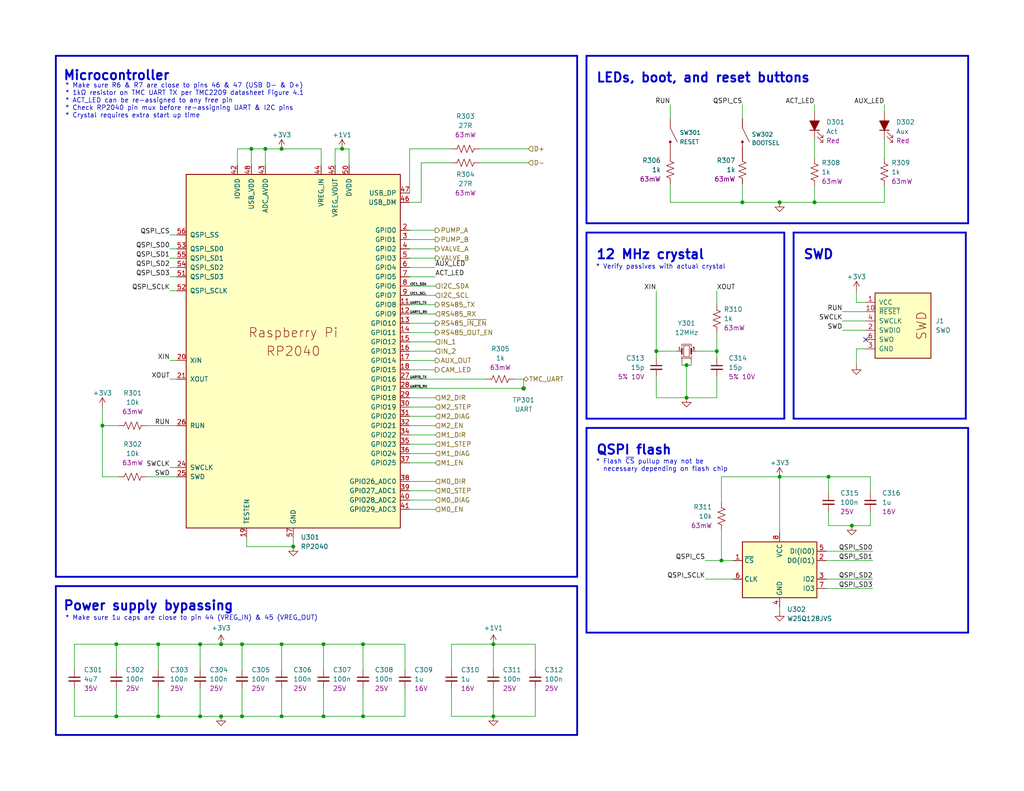
<source format=kicad_sch>
(kicad_sch (version 20211123) (generator eeschema)
  (paper "USLetter")
  (title_block (title "Starfish") (date "2022-12-18") (rev "v2") (company "Winterbloom") (comment 1 "Alethea Flowers") (comment 2 "CERN-OHL-S V2") (comment 3 "jellyfish.wntr.dev"))
  (lib_symbols
    (symbol "Connector:TestPoint_Small" (pin_numbers hide) (pin_names (offset 0.762) hide)
      (property "Reference" "TP" (at 0 3.81 0))
      (property "Value" "TestPoint_Small" (at 0 2.032 0))
      (symbol "TestPoint_Small_0_1"
        (circle (center 0 0) (radius 0.508))
      )
      (symbol "TestPoint_Small_1_1"
        (pin passive line (at 0 0 90) (length 0) (name "1") (number "1"))
      )
    )
    (symbol "Device:C_Small" (pin_numbers hide) (pin_names (offset 0.254) hide)
      (property "Reference" "C" (at 0.254 1.778 0))
      (property "Value" "C_Small" (at 0.254 -2.032 0))
      (symbol "C_Small_0_1"
        (polyline (pts (xy -1.524 -0.508) (xy 1.524 -0.508)) (stroke (width 0.3302)))
        (polyline (pts (xy -1.524 0.508) (xy 1.524 0.508)) (stroke (width 0.3048)))
      )
      (symbol "C_Small_1_1"
        (pin passive line (at 0 2.54 270) (length 2.032) (name "~") (number "1"))
        (pin passive line (at 0 -2.54 90) (length 2.032) (name "~") (number "2"))
      )
    )
    (symbol "Device:LED_Filled" (pin_numbers hide) (pin_names (offset 1.016) hide)
      (property "Reference" "D" (at 0 2.54 0))
      (property "Value" "LED_Filled" (at 0 -2.54 0))
      (symbol "LED_Filled_0_1"
        (polyline (pts (xy -1.27 -1.27) (xy -1.27 1.27)) (stroke (width 0.254)))
        (polyline (pts (xy -1.27 0) (xy 1.27 0)))
        (polyline (pts (xy 1.27 -1.27) (xy 1.27 1.27) (xy -1.27 0) (xy 1.27 -1.27)) (stroke (width 0.254)) (fill (type outline)))
        (polyline (pts (xy -3.048 -0.762) (xy -4.572 -2.286) (xy -3.81 -2.286) (xy -4.572 -2.286) (xy -4.572 -1.524)))
        (polyline (pts (xy -1.778 -0.762) (xy -3.302 -2.286) (xy -2.54 -2.286) (xy -3.302 -2.286) (xy -3.302 -1.524)))
      )
      (symbol "LED_Filled_1_1"
        (pin passive line (at -3.81 0 0) (length 2.54) (name "K") (number "1"))
        (pin passive line (at 3.81 0 180) (length 2.54) (name "A") (number "2"))
      )
    )
    (symbol "Device:R_US" (pin_numbers hide) (pin_names (offset 0))
      (property "Reference" "R" (at 2.54 0 90))
      (property "Value" "R_US" (at -2.54 0 90))
      (symbol "R_US_0_1"
        (polyline (pts (xy 0 -2.286) (xy 0 -2.54)))
        (polyline (pts (xy 0 2.286) (xy 0 2.54)))
        (polyline (pts (xy 0 -0.762) (xy 1.016 -1.143) (xy 0 -1.524) (xy -1.016 -1.905) (xy 0 -2.286)))
        (polyline (pts (xy 0 0.762) (xy 1.016 0.381) (xy 0 0) (xy -1.016 -0.381) (xy 0 -0.762)))
        (polyline (pts (xy 0 2.286) (xy 1.016 1.905) (xy 0 1.524) (xy -1.016 1.143) (xy 0 0.762)))
      )
      (symbol "R_US_1_1"
        (pin passive line (at 0 3.81 270) (length 1.27) (name "~") (number "1"))
        (pin passive line (at 0 -3.81 90) (length 1.27) (name "~") (number "2"))
      )
    )
    (symbol "Memory_Flash:W25Q128JVS"
      (property "Reference" "U" (at -8.89 8.89 0))
      (property "Value" "W25Q128JVS" (at 7.62 8.89 0))
      (symbol "W25Q128JVS_0_1"
        (rectangle (start -10.16 7.62) (end 10.16 -7.62) (stroke (width 0.254)) (fill (type background)))
      )
      (symbol "W25Q128JVS_1_1"
        (pin input line (at -12.7 2.54 0) (length 2.54) (name "~{CS}") (number "1"))
        (pin bidirectional line (at 12.7 2.54 180) (length 2.54) (name "DO(IO1)") (number "2"))
        (pin bidirectional line (at 12.7 -2.54 180) (length 2.54) (name "IO2") (number "3"))
        (pin power_in line (at 0 -10.16 90) (length 2.54) (name "GND") (number "4"))
        (pin bidirectional line (at 12.7 5.08 180) (length 2.54) (name "DI(IO0)") (number "5"))
        (pin input line (at -12.7 -2.54 0) (length 2.54) (name "CLK") (number "6"))
        (pin bidirectional line (at 12.7 -5.08 180) (length 2.54) (name "IO3") (number "7"))
        (pin power_in line (at 0 10.16 270) (length 2.54) (name "VCC") (number "8"))
      )
    )
    (symbol "Tactile_Switch_1" (pin_numbers hide) (pin_names (offset 1.016) hide)
      (property "Reference" "SW" (at -1.27 -3.302 0))
      (property "Value" "Tactile_Switch_1" (at -6.223 -1.524 0))
      (symbol "Tactile_Switch_1_1_0"
        (polyline (pts (xy -2.54 0) (xy 1.27 1.905)))
        (polyline (pts (xy 2.54 0) (xy 1.27 0)))
        (circle (center 1.27 0) (radius 0.2794) (fill (type outline)))
      )
      (symbol "Tactile_Switch_1_1_1"
        (pin passive line (at -5.08 0 0) (length 2.54) (name "1") (number "1"))
        (pin passive line (at 5.08 0 180) (length 2.54) (name "2") (number "2"))
      )
    )
    (symbol "power:+1V1" (power) (pin_names (offset 0))
      (property "Value" "+1V1" (at 0 3.556 0))
      (symbol "+1V1_0_1"
        (polyline (pts (xy -0.762 1.27) (xy 0 2.54)))
        (polyline (pts (xy 0 0) (xy 0 2.54)))
        (polyline (pts (xy 0 2.54) (xy 0.762 1.27)))
      )
      (symbol "+1V1_1_1"
        (pin power_in line (at 0 0 90) (length 0) hide (name "+1V1") (number "1"))
      )
    )
    (symbol "power:+3V3" (power) (pin_names (offset 0))
      (property "Value" "+3V3" (at 0 3.556 0))
      (symbol "+3V3_0_1"
        (polyline (pts (xy -0.762 1.27) (xy 0 2.54)))
        (polyline (pts (xy 0 0) (xy 0 2.54)))
        (polyline (pts (xy 0 2.54) (xy 0.762 1.27)))
      )
      (symbol "+3V3_1_1"
        (pin power_in line (at 0 0 90) (length 0) hide (name "+3V3") (number "1"))
      )
    )
    (symbol "power:GND" (power) (pin_names (offset 0))
      (property "Value" "GND" (at 0 -3.81 0))
      (symbol "GND_0_1"
        (polyline (pts (xy 0 0) (xy 0 -1.27) (xy 1.27 -1.27) (xy 0 -2.54) (xy -1.27 -1.27) (xy 0 -1.27)))
      )
      (symbol "GND_1_1"
        (pin power_in line (at 0 0 270) (length 0) hide (name "GND") (number "1"))
      )
    )
    (symbol "winterbloom:Conn_SWD" (pin_names (offset 1.016))
      (property "Reference" "J?" (at 0 10.16 0))
      (property "Value" "Conn_SWD" (at 0 -10.16 0))
      (symbol "Conn_SWD_0_0"
        (text "SWD" (at -5.08 0 900) (effects (font (size 2.54 2.54))))
      )
      (symbol "Conn_SWD_0_1"
        (rectangle (start -7.62 8.89) (end 7.62 -8.89) (stroke (width 0.254)) (fill (type background)))
      )
      (symbol "Conn_SWD_1_1"
        (pin power_in line (at 10.16 6.35 180) (length 2.54) (name "VCC") (number "1"))
        (pin open_collector line (at 10.16 3.81 180) (length 2.54) (name "~{RESET}") (number "10"))
        (pin bidirectional line (at 10.16 -1.27 180) (length 2.54) (name "SWDIO") (number "2"))
        (pin power_in line (at 10.16 -6.35 180) (length 2.54) (name "GND") (number "3"))
        (pin output line (at 10.16 1.27 180) (length 2.54) (name "SWCLK") (number "4"))
        (pin passive line (at 10.16 -6.35 180) (length 2.54) hide (name "GND") (number "5"))
        (pin input line (at 10.16 -3.81 180) (length 2.54) (name "SWO") (number "6"))
        (pin no_connect line (at -10.16 0 0) (length 2.54) hide (name "KEY") (number "7"))
        (pin no_connect line (at 0 0 180) (length 2.54) hide (name "NC") (number "8"))
        (pin passive line (at 10.16 -6.35 180) (length 2.54) hide (name "GNDDetect") (number "9"))
      )
    )
    (symbol "winterbloom:Crystal_12MHz_4Pin" (pin_names (offset 1.016) hide)
      (property "Reference" "Y1" (at 0 5.08 0))
      (property "Value" "Crystal_12MHz_4Pin" (at 0 3.175 0))
      (symbol "Crystal_12MHz_4Pin_0_1"
        (rectangle (start -0.762 -1.524) (end 0.762 1.524))
        (polyline (pts (xy -1.27 -0.762) (xy -1.27 0.762)) (stroke (width 0.381)))
        (polyline (pts (xy 1.27 -0.762) (xy 1.27 0.762)) (stroke (width 0.381)))
        (polyline (pts (xy -1.27 -1.27) (xy -1.27 -1.905) (xy 1.27 -1.905) (xy 1.27 -1.27)))
        (polyline (pts (xy -1.27 1.27) (xy -1.27 1.905) (xy 1.27 1.905) (xy 1.27 1.27)))
      )
      (symbol "Crystal_12MHz_4Pin_1_1"
        (pin passive line (at -2.54 0 0) (length 1.27) (name "1") (number "1"))
        (pin passive line (at -1.27 -2.54 90) (length 0.635) (name "2") (number "2"))
        (pin passive line (at 2.54 0 180) (length 1.27) (name "3") (number "3"))
        (pin passive line (at 1.27 -2.54 90) (length 0.635) (name "4") (number "4"))
      )
    )
    (symbol "winterbloom:RP2040" (pin_names (offset 1.016))
      (property "Reference" "U301" (at 2.0194 -50.8 0))
      (property "Value" "RP2040" (at 2.0194 -53.34 0))
      (symbol "RP2040_0_0"
        (text "Raspberry Pi" (at 0 5.08 0) (effects (font (size 2.54 2.54))))
        (text "RP2040" (at 0 0 0) (effects (font (size 2.54 2.54))))
      )
      (symbol "RP2040_0_1"
        (rectangle (start 29.21 48.26) (end -29.21 -48.26) (stroke (width 0.254)) (fill (type background)))
      )
      (symbol "RP2040_1_1"
        (pin power_in line (at -15.24 50.8 270) (length 2.54) hide (name "IOVDD") (number "1"))
        (pin power_in line (at -15.24 50.8 270) (length 2.54) hide (name "IOVDD") (number "10"))
        (pin bidirectional line (at 31.75 12.7 180) (length 2.54) (name "GPIO8") (number "11"))
        (pin bidirectional line (at 31.75 10.16 180) (length 2.54) (name "GPIO9") (number "12"))
        (pin bidirectional line (at 31.75 7.62 180) (length 2.54) (name "GPIO10") (number "13"))
        (pin bidirectional line (at 31.75 5.08 180) (length 2.54) (name "GPIO11") (number "14"))
        (pin bidirectional line (at 31.75 2.54 180) (length 2.54) (name "GPIO12") (number "15"))
        (pin bidirectional line (at 31.75 0 180) (length 2.54) (name "GPIO13") (number "16"))
        (pin bidirectional line (at 31.75 -2.54 180) (length 2.54) (name "GPIO14") (number "17"))
        (pin bidirectional line (at 31.75 -5.08 180) (length 2.54) (name "GPIO15") (number "18"))
        (pin passive line (at -12.7 -50.8 90) (length 2.54) (name "TESTEN") (number "19"))
        (pin bidirectional line (at 31.75 33.02 180) (length 2.54) (name "GPIO0") (number "2"))
        (pin input line (at -31.75 -2.54 0) (length 2.54) (name "XIN") (number "20"))
        (pin passive line (at -31.75 -7.62 0) (length 2.54) (name "XOUT") (number "21"))
        (pin power_in line (at -15.24 50.8 270) (length 2.54) hide (name "IOVDD") (number "22"))
        (pin power_in line (at 15.24 50.8 270) (length 2.54) hide (name "DVDD") (number "23"))
        (pin output line (at -31.75 -31.75 0) (length 2.54) (name "SWCLK") (number "24"))
        (pin bidirectional line (at -31.75 -34.29 0) (length 2.54) (name "SWD") (number "25"))
        (pin input line (at -31.75 -20.32 0) (length 2.54) (name "RUN") (number "26"))
        (pin bidirectional line (at 31.75 -7.62 180) (length 2.54) (name "GPIO16") (number "27"))
        (pin bidirectional line (at 31.75 -10.16 180) (length 2.54) (name "GPIO17") (number "28"))
        (pin bidirectional line (at 31.75 -12.7 180) (length 2.54) (name "GPIO18") (number "29"))
        (pin bidirectional line (at 31.75 30.48 180) (length 2.54) (name "GPIO1") (number "3"))
        (pin bidirectional line (at 31.75 -15.24 180) (length 2.54) (name "GPIO19") (number "30"))
        (pin bidirectional line (at 31.75 -17.78 180) (length 2.54) (name "GPIO20") (number "31"))
        (pin bidirectional line (at 31.75 -20.32 180) (length 2.54) (name "GPIO21") (number "32"))
        (pin power_in line (at -15.24 50.8 270) (length 2.54) hide (name "IOVDD") (number "33"))
        (pin bidirectional line (at 31.75 -22.86 180) (length 2.54) (name "GPIO22") (number "34"))
        (pin bidirectional line (at 31.75 -25.4 180) (length 2.54) (name "GPIO23") (number "35"))
        (pin bidirectional line (at 31.75 -27.94 180) (length 2.54) (name "GPIO24") (number "36"))
        (pin bidirectional line (at 31.75 -30.48 180) (length 2.54) (name "GPIO25") (number "37"))
        (pin bidirectional line (at 31.75 -35.56 180) (length 2.54) (name "GPIO26_ADC0") (number "38"))
        (pin bidirectional line (at 31.75 -38.1 180) (length 2.54) (name "GPIO27_ADC1") (number "39"))
        (pin bidirectional line (at 31.75 27.94 180) (length 2.54) (name "GPIO2") (number "4"))
        (pin bidirectional line (at 31.75 -40.64 180) (length 2.54) (name "GPIO28_ADC2") (number "40"))
        (pin bidirectional line (at 31.75 -43.18 180) (length 2.54) (name "GPIO29_ADC3") (number "41"))
        (pin power_in line (at -15.24 50.8 270) (length 2.54) (name "IOVDD") (number "42"))
        (pin power_in line (at -7.62 50.8 270) (length 2.54) (name "ADC_AVDD") (number "43"))
        (pin power_in line (at 7.62 50.8 270) (length 2.54) (name "VREG_IN") (number "44"))
        (pin power_out line (at 11.43 50.8 270) (length 2.54) (name "VREG_VOUT") (number "45"))
        (pin bidirectional line (at 31.75 40.64 180) (length 2.54) (name "USB_DM") (number "46"))
        (pin bidirectional line (at 31.75 43.18 180) (length 2.54) (name "USB_DP") (number "47"))
        (pin power_in line (at -11.43 50.8 270) (length 2.54) (name "USB_VDD") (number "48"))
        (pin power_in line (at -15.24 50.8 270) (length 2.54) hide (name "IOVDD") (number "49"))
        (pin bidirectional line (at 31.75 25.4 180) (length 2.54) (name "GPIO3") (number "5"))
        (pin power_in line (at 15.24 50.8 270) (length 2.54) (name "DVDD") (number "50"))
        (pin bidirectional line (at -31.75 20.32 0) (length 2.54) (name "QSPI_SD3") (number "51"))
        (pin output line (at -31.75 16.51 0) (length 2.54) (name "QSPI_SCLK") (number "52"))
        (pin bidirectional line (at -31.75 27.94 0) (length 2.54) (name "QSPI_SD0") (number "53"))
        (pin bidirectional line (at -31.75 22.86 0) (length 2.54) (name "QSPI_SD2") (number "54"))
        (pin bidirectional line (at -31.75 25.4 0) (length 2.54) (name "QSPI_SD1") (number "55"))
        (pin bidirectional line (at -31.75 31.75 0) (length 2.54) (name "QSPI_SS") (number "56"))
        (pin power_in line (at 0 -50.8 90) (length 2.54) (name "GND") (number "57"))
        (pin bidirectional line (at 31.75 22.86 180) (length 2.54) (name "GPIO4") (number "6"))
        (pin bidirectional line (at 31.75 20.32 180) (length 2.54) (name "GPIO5") (number "7"))
        (pin bidirectional line (at 31.75 17.78 180) (length 2.54) (name "GPIO6") (number "8"))
        (pin bidirectional line (at 31.75 15.24 180) (length 2.54) (name "GPIO7") (number "9"))
      )
    )
    (symbol "winterbloom:Tactile_Switch" (pin_numbers hide) (pin_names (offset 1.016) hide)
      (property "Reference" "SW" (at -1.27 -3.302 0))
      (property "Value" "Tactile_Switch" (at -6.223 -1.524 0))
      (symbol "Tactile_Switch_1_0"
        (polyline (pts (xy -2.54 0) (xy 1.27 1.905)))
        (polyline (pts (xy 2.54 0) (xy 1.27 0)))
        (circle (center 1.27 0) (radius 0.2794) (fill (type outline)))
      )
      (symbol "Tactile_Switch_1_1"
        (pin passive line (at -5.08 0 0) (length 2.54) (name "1") (number "1"))
        (pin passive line (at 5.08 0 180) (length 2.54) (name "2") (number "2"))
      )
    )
  )
  (junction (at 179.07 95.885))
  (junction (at 76.835 195.58))
  (junction (at 76.835 40.64))
  (junction (at 80.01 149.225))
  (junction (at 54.61 195.58))
  (junction (at 66.04 175.895))
  (junction (at 43.18 175.895))
  (junction (at 142.875 106.045))
  (junction (at 31.75 195.58))
  (junction (at 202.565 55.245))
  (junction (at 66.04 195.58))
  (junction (at 99.06 195.58))
  (junction (at 134.62 175.895))
  (junction (at 232.41 143.51))
  (junction (at 222.25 55.245))
  (junction (at 31.75 175.895))
  (junction (at 187.325 108.585))
  (junction (at 226.06 130.175))
  (junction (at 60.325 175.895))
  (junction (at 195.58 95.885))
  (junction (at 99.06 175.895))
  (junction (at 212.725 55.245))
  (junction (at 54.61 175.895))
  (junction (at 43.18 195.58))
  (junction (at 27.94 116.205))
  (junction (at 72.39 40.64))
  (junction (at 88.265 175.895))
  (junction (at 88.265 195.58))
  (junction (at 93.345 40.64))
  (junction (at 60.325 195.58))
  (junction (at 76.835 175.895))
  (junction (at 68.58 40.64))
  (junction (at 134.62 195.58))
  (junction (at 196.85 153.035))
  (junction (at 187.325 99.695))
  (junction (at 212.725 130.175))
  (no_connect (at 236.22 92.71))
  (wire (pts (xy 43.18 195.58) (xy 31.75 195.58)))
  (wire (pts (xy 236.22 82.55) (xy 233.68 82.55)))
  (polyline (pts (xy 160.02 63.5) (xy 213.995 63.5)) (stroke (width 0.5) (type solid)))
  (wire (pts (xy 72.39 40.64) (xy 72.39 45.085)))
  (wire (pts (xy 111.76 103.505) (xy 132.715 103.505)))
  (wire (pts (xy 111.76 65.405) (xy 118.745 65.405)))
  (wire (pts (xy 187.325 99.695) (xy 187.325 108.585)))
  (wire (pts (xy 114.935 55.245) (xy 111.76 55.245)))
  (polyline (pts (xy 160.02 116.84) (xy 160.02 172.72)) (stroke (width 0.5) (type solid)))
  (wire (pts (xy 241.3 55.245) (xy 222.25 55.245)))
  (polyline (pts (xy 160.02 15.24) (xy 160.02 60.96)) (stroke (width 0.5) (type solid)))
  (wire (pts (xy 222.25 43.18) (xy 222.25 38.1)))
  (wire (pts (xy 32.385 130.175) (xy 27.94 130.175)))
  (wire (pts (xy 179.07 108.585) (xy 187.325 108.585)))
  (wire (pts (xy 111.76 108.585) (xy 118.745 108.585)))
  (wire (pts (xy 93.345 40.64) (xy 95.25 40.64)))
  (wire (pts (xy 111.76 67.945) (xy 118.745 67.945)))
  (wire (pts (xy 192.405 153.035) (xy 196.85 153.035)))
  (wire (pts (xy 229.87 90.17) (xy 236.22 90.17)))
  (wire (pts (xy 68.58 40.64) (xy 64.77 40.64)))
  (wire (pts (xy 241.3 28.575) (xy 241.3 30.48)))
  (wire (pts (xy 60.325 195.58) (xy 54.61 195.58)))
  (wire (pts (xy 233.68 95.25) (xy 233.68 99.695)))
  (wire (pts (xy 66.04 175.895) (xy 76.835 175.895)))
  (wire (pts (xy 140.335 103.505) (xy 142.875 103.505)))
  (wire (pts (xy 233.68 82.55) (xy 233.68 79.375)))
  (wire (pts (xy 212.725 165.735) (xy 212.725 167.005)))
  (wire (pts (xy 31.75 175.895) (xy 43.18 175.895)))
  (wire (pts (xy 187.325 99.695) (xy 188.595 99.695)))
  (wire (pts (xy 43.18 175.895) (xy 43.18 182.88)))
  (wire (pts (xy 195.58 79.375) (xy 195.58 83.185)))
  (wire (pts (xy 46.355 75.565) (xy 48.26 75.565)))
  (wire (pts (xy 111.76 73.025) (xy 118.745 73.025)))
  (wire (pts (xy 66.04 187.96) (xy 66.04 195.58)))
  (wire (pts (xy 182.88 55.245) (xy 202.565 55.245)))
  (wire (pts (xy 64.77 45.085) (xy 64.77 40.64)))
  (wire (pts (xy 76.835 40.64) (xy 87.63 40.64)))
  (wire (pts (xy 123.19 175.895) (xy 134.62 175.895)))
  (wire (pts (xy 236.22 95.25) (xy 233.68 95.25)))
  (wire (pts (xy 111.76 85.725) (xy 118.745 85.725)))
  (wire (pts (xy 111.76 126.365) (xy 118.745 126.365)))
  (wire (pts (xy 60.325 175.895) (xy 66.04 175.895)))
  (wire (pts (xy 111.76 136.525) (xy 118.745 136.525)))
  (wire (pts (xy 212.725 130.175) (xy 226.06 130.175)))
  (wire (pts (xy 111.76 139.065) (xy 118.745 139.065)))
  (wire (pts (xy 146.05 175.895) (xy 146.05 182.88)))
  (polyline (pts (xy 263.525 63.5) (xy 263.525 114.3)) (stroke (width 0.5) (type solid)))
  (wire (pts (xy 72.39 40.64) (xy 76.835 40.64)))
  (polyline (pts (xy 264.16 60.96) (xy 160.02 60.96)) (stroke (width 0.5) (type solid)))
  (wire (pts (xy 110.49 187.96) (xy 110.49 195.58)))
  (wire (pts (xy 179.07 79.375) (xy 179.07 95.885)))
  (wire (pts (xy 123.19 175.895) (xy 123.19 182.88)))
  (wire (pts (xy 130.81 44.45) (xy 144.145 44.45)))
  (wire (pts (xy 111.76 133.985) (xy 118.745 133.985)))
  (polyline (pts (xy 15.24 15.24) (xy 157.48 15.24)) (stroke (width 0.5) (type solid)))
  (wire (pts (xy 232.41 143.51) (xy 237.49 143.51)))
  (wire (pts (xy 225.425 150.495) (xy 238.125 150.495)))
  (wire (pts (xy 99.06 175.895) (xy 110.49 175.895)))
  (wire (pts (xy 123.19 44.45) (xy 114.935 44.45)))
  (wire (pts (xy 111.76 70.485) (xy 118.745 70.485)))
  (wire (pts (xy 189.865 95.885) (xy 195.58 95.885)))
  (polyline (pts (xy 263.525 114.3) (xy 216.535 114.3)) (stroke (width 0.5) (type solid)))
  (wire (pts (xy 134.62 187.96) (xy 134.62 195.58)))
  (wire (pts (xy 54.61 195.58) (xy 43.18 195.58)))
  (wire (pts (xy 225.425 158.115) (xy 238.125 158.115)))
  (wire (pts (xy 67.31 146.685) (xy 67.31 149.225)))
  (wire (pts (xy 54.61 175.895) (xy 60.325 175.895)))
  (wire (pts (xy 20.32 175.895) (xy 31.75 175.895)))
  (wire (pts (xy 66.04 175.895) (xy 66.04 182.88)))
  (wire (pts (xy 76.835 195.58) (xy 66.04 195.58)))
  (wire (pts (xy 111.76 123.825) (xy 118.745 123.825)))
  (wire (pts (xy 27.94 116.205) (xy 32.385 116.205)))
  (wire (pts (xy 111.76 98.425) (xy 118.745 98.425)))
  (wire (pts (xy 31.75 187.96) (xy 31.75 195.58)))
  (wire (pts (xy 146.05 195.58) (xy 134.62 195.58)))
  (polyline (pts (xy 264.16 15.24) (xy 264.16 60.96)) (stroke (width 0.5) (type solid)))
  (wire (pts (xy 111.76 78.105) (xy 118.745 78.105)))
  (wire (pts (xy 111.76 116.205) (xy 118.745 116.205)))
  (wire (pts (xy 182.88 50.165) (xy 182.88 55.245)))
  (wire (pts (xy 111.76 113.665) (xy 118.745 113.665)))
  (polyline (pts (xy 157.48 160.02) (xy 157.48 200.66)) (stroke (width 0.5) (type solid)))
  (wire (pts (xy 99.06 187.96) (xy 99.06 195.58)))
  (wire (pts (xy 111.76 90.805) (xy 118.745 90.805)))
  (wire (pts (xy 195.58 95.885) (xy 195.58 97.79)))
  (wire (pts (xy 93.345 40.64) (xy 91.44 40.64)))
  (polyline (pts (xy 216.535 63.5) (xy 216.535 114.3)) (stroke (width 0.5) (type solid)))
  (wire (pts (xy 111.76 121.285) (xy 118.745 121.285)))
  (wire (pts (xy 111.76 106.045) (xy 142.875 106.045)))
  (wire (pts (xy 226.06 130.175) (xy 226.06 134.62)))
  (wire (pts (xy 182.88 28.575) (xy 182.88 32.385)))
  (wire (pts (xy 76.835 187.96) (xy 76.835 195.58)))
  (polyline (pts (xy 213.995 114.3) (xy 160.02 114.3)) (stroke (width 0.5) (type solid)))
  (wire (pts (xy 110.49 175.895) (xy 110.49 182.88)))
  (wire (pts (xy 27.94 111.125) (xy 27.94 116.205)))
  (wire (pts (xy 111.76 131.445) (xy 118.745 131.445)))
  (wire (pts (xy 27.94 130.175) (xy 27.94 116.205)))
  (polyline (pts (xy 264.16 116.84) (xy 264.16 172.72)) (stroke (width 0.5) (type solid)))
  (wire (pts (xy 237.49 143.51) (xy 237.49 139.7)))
  (wire (pts (xy 192.405 158.115) (xy 200.025 158.115)))
  (wire (pts (xy 54.61 175.895) (xy 54.61 182.88)))
  (wire (pts (xy 99.06 175.895) (xy 99.06 182.88)))
  (wire (pts (xy 111.76 95.885) (xy 118.745 95.885)))
  (wire (pts (xy 222.25 50.8) (xy 222.25 55.245)))
  (wire (pts (xy 46.355 64.135) (xy 48.26 64.135)))
  (polyline (pts (xy 15.24 160.02) (xy 15.24 200.66)) (stroke (width 0.5) (type solid)))
  (wire (pts (xy 241.3 50.8) (xy 241.3 55.245)))
  (wire (pts (xy 43.18 175.895) (xy 54.61 175.895)))
  (polyline (pts (xy 216.535 63.5) (xy 263.525 63.5)) (stroke (width 0.5) (type solid)))
  (polyline (pts (xy 15.24 160.02) (xy 157.48 160.02)) (stroke (width 0.5) (type solid)))
  (polyline (pts (xy 157.48 15.24) (xy 157.48 157.48)) (stroke (width 0.5) (type solid)))
  (polyline (pts (xy 15.24 15.24) (xy 15.24 157.48)) (stroke (width 0.5) (type solid)))
  (polyline (pts (xy 264.16 172.72) (xy 160.02 172.72)) (stroke (width 0.5) (type solid)))
  (wire (pts (xy 237.49 130.175) (xy 237.49 134.62)))
  (wire (pts (xy 123.19 187.96) (xy 123.19 195.58)))
  (wire (pts (xy 87.63 40.64) (xy 87.63 45.085)))
  (wire (pts (xy 202.565 55.245) (xy 212.725 55.245)))
  (wire (pts (xy 134.62 195.58) (xy 123.19 195.58)))
  (wire (pts (xy 202.565 50.165) (xy 202.565 55.245)))
  (wire (pts (xy 95.25 45.085) (xy 95.25 40.64)))
  (wire (pts (xy 111.76 75.565) (xy 118.745 75.565)))
  (wire (pts (xy 46.355 98.425) (xy 48.26 98.425)))
  (wire (pts (xy 226.06 130.175) (xy 237.49 130.175)))
  (wire (pts (xy 196.85 130.175) (xy 212.725 130.175)))
  (wire (pts (xy 212.725 130.175) (xy 212.725 145.415)))
  (wire (pts (xy 91.44 40.64) (xy 91.44 45.085)))
  (wire (pts (xy 80.01 146.685) (xy 80.01 149.225)))
  (wire (pts (xy 48.26 130.175) (xy 40.005 130.175)))
  (wire (pts (xy 146.05 187.96) (xy 146.05 195.58)))
  (wire (pts (xy 111.76 93.345) (xy 118.745 93.345)))
  (wire (pts (xy 88.265 187.96) (xy 88.265 195.58)))
  (wire (pts (xy 68.58 45.085) (xy 68.58 40.64)))
  (wire (pts (xy 111.76 111.125) (xy 118.745 111.125)))
  (wire (pts (xy 46.355 79.375) (xy 48.26 79.375)))
  (wire (pts (xy 196.85 153.035) (xy 200.025 153.035)))
  (wire (pts (xy 88.265 195.58) (xy 76.835 195.58)))
  (wire (pts (xy 76.835 175.895) (xy 76.835 182.88)))
  (wire (pts (xy 48.26 116.205) (xy 40.005 116.205)))
  (wire (pts (xy 67.31 149.225) (xy 80.01 149.225)))
  (wire (pts (xy 195.58 108.585) (xy 195.58 102.87)))
  (wire (pts (xy 111.76 40.64) (xy 111.76 52.705)))
  (wire (pts (xy 202.565 28.575) (xy 202.565 32.385)))
  (wire (pts (xy 222.25 28.575) (xy 222.25 30.48)))
  (wire (pts (xy 46.355 73.025) (xy 48.26 73.025)))
  (wire (pts (xy 229.87 87.63) (xy 236.22 87.63)))
  (polyline (pts (xy 160.02 15.24) (xy 264.16 15.24)) (stroke (width 0.5) (type solid)))
  (wire (pts (xy 195.58 90.805) (xy 195.58 95.885)))
  (wire (pts (xy 46.355 70.485) (xy 48.26 70.485)))
  (wire (pts (xy 226.06 139.7) (xy 226.06 143.51)))
  (wire (pts (xy 196.85 130.175) (xy 196.85 137.16)))
  (wire (pts (xy 46.355 127.635) (xy 48.26 127.635)))
  (wire (pts (xy 111.76 62.865) (xy 118.745 62.865)))
  (wire (pts (xy 114.935 44.45) (xy 114.935 55.245)))
  (wire (pts (xy 111.76 83.185) (xy 118.745 83.185)))
  (wire (pts (xy 20.32 175.895) (xy 20.32 182.88)))
  (wire (pts (xy 134.62 175.895) (xy 146.05 175.895)))
  (wire (pts (xy 43.18 187.96) (xy 43.18 195.58)))
  (wire (pts (xy 130.81 40.64) (xy 144.145 40.64)))
  (wire (pts (xy 111.76 100.965) (xy 118.745 100.965)))
  (wire (pts (xy 241.3 43.18) (xy 241.3 38.1)))
  (polyline (pts (xy 213.995 63.5) (xy 213.995 114.3)) (stroke (width 0.5) (type solid)))
  (wire (pts (xy 187.325 108.585) (xy 195.58 108.585)))
  (wire (pts (xy 76.835 175.895) (xy 88.265 175.895)))
  (wire (pts (xy 60.325 195.58) (xy 66.04 195.58)))
  (wire (pts (xy 134.62 175.895) (xy 134.62 182.88)))
  (wire (pts (xy 111.76 80.645) (xy 118.745 80.645)))
  (wire (pts (xy 111.76 118.745) (xy 118.745 118.745)))
  (wire (pts (xy 188.595 99.695) (xy 188.595 98.425)))
  (wire (pts (xy 225.425 160.655) (xy 238.125 160.655)))
  (wire (pts (xy 68.58 40.64) (xy 72.39 40.64)))
  (wire (pts (xy 31.75 175.895) (xy 31.75 182.88)))
  (wire (pts (xy 54.61 187.96) (xy 54.61 195.58)))
  (wire (pts (xy 186.055 98.425) (xy 186.055 99.695)))
  (wire (pts (xy 46.355 103.505) (xy 48.26 103.505)))
  (wire (pts (xy 46.355 67.945) (xy 48.26 67.945)))
  (wire (pts (xy 111.76 40.64) (xy 123.19 40.64)))
  (wire (pts (xy 225.425 153.035) (xy 238.125 153.035)))
  (polyline (pts (xy 157.48 157.48) (xy 15.24 157.48)) (stroke (width 0.5) (type solid)))
  (wire (pts (xy 179.07 97.79) (xy 179.07 95.885)))
  (wire (pts (xy 179.07 95.885) (xy 184.785 95.885)))
  (wire (pts (xy 88.265 175.895) (xy 88.265 182.88)))
  (polyline (pts (xy 160.02 116.84) (xy 264.16 116.84)) (stroke (width 0.5) (type solid)))
  (wire (pts (xy 111.76 88.265) (xy 118.745 88.265)))
  (wire (pts (xy 88.265 195.58) (xy 99.06 195.58)))
  (polyline (pts (xy 157.48 200.66) (xy 15.24 200.66)) (stroke (width 0.5) (type solid)))
  (wire (pts (xy 179.07 102.87) (xy 179.07 108.585)))
  (wire (pts (xy 142.875 103.505) (xy 142.875 106.045)))
  (wire (pts (xy 20.32 195.58) (xy 20.32 187.96)))
  (wire (pts (xy 229.87 85.09) (xy 236.22 85.09)))
  (wire (pts (xy 196.85 144.78) (xy 196.85 153.035)))
  (polyline (pts (xy 160.02 63.5) (xy 160.02 114.3)) (stroke (width 0.5) (type solid)))
  (wire (pts (xy 88.265 175.895) (xy 99.06 175.895)))
  (wire (pts (xy 31.75 195.58) (xy 20.32 195.58)))
  (wire (pts (xy 226.06 143.51) (xy 232.41 143.51)))
  (wire (pts (xy 212.725 55.245) (xy 222.25 55.245)))
  (wire (pts (xy 186.055 99.695) (xy 187.325 99.695)))
  (wire (pts (xy 110.49 195.58) (xy 99.06 195.58)))
  (text "Power supply bypassing" (at 17.145 167.005 0) (effects (font (size 2.54 2.54) bold) (justify left bottom)))
  (text "* Flash ~{CS} pullup may not be\n  necessary depending on flash chip" (at 162.56 128.905 0) (effects (font (size 1.27 1.27)) (justify left bottom)))
  (text "* Make sure R6 & R7 are close to pins 46 & 47 (USB D- & D+)\n* 1kΩ resistor on TMC UART TX per TMC2209 datasheet Figure 4.1\n* ACT_LED can be re-assigned to any free pin\n* Check RP2040 pin mux before re-assigning UART & I2C pins\n* Crystal requires extra start up time" (at 17.78 32.385 0) (effects (font (size 1.27 1.27)) (justify left bottom)))
  (text "* Make sure 1u caps are close to pin 44 (VREG_IN) & 45 (VREG_OUT)" (at 17.78 169.545 0) (effects (font (size 1.27 1.27)) (justify left bottom)))
  (text "* Verify passives with actual crystal" (at 162.56 73.66 0) (effects (font (size 1.27 1.27)) (justify left bottom)))
  (text "12 MHz crystal" (at 162.56 71.12 0) (effects (font (size 2.54 2.54) bold) (justify left bottom)))
  (text "SWD" (at 219.075 71.12 0) (effects (font (size 2.54 2.54) bold) (justify left bottom)))
  (text "QSPI flash" (at 162.56 124.46 0) (effects (font (size 2.54 2.54) bold) (justify left bottom)))
  (text "LEDs, boot, and reset buttons" (at 162.56 22.86 0) (effects (font (size 2.54 2.54) bold) (justify left bottom)))
  (text "Microcontroller" (at 17.145 22.225 0) (effects (font (size 2.54 2.54) bold) (justify left bottom)))
  (label "ACT_LED" (at 222.25 28.575 180))
  (label "SWCLK" (at 229.87 87.63 180))
  (label "QSPI_CS" (at 192.405 153.035 180))
  (label "QSPI_SD1" (at 238.125 153.035 180))
  (label "UART1_RX" (at 111.76 85.725 0) (effects (font (size 0.64 0.64))))
  (label "XOUT" (at 46.355 103.505 180))
  (label "QSPI_SD1" (at 46.355 70.485 180))
  (label "QSPI_SD2" (at 46.355 73.025 180))
  (label "SWCLK" (at 46.355 127.635 180))
  (label "XIN" (at 179.07 79.375 180))
  (label "I2C1_SDA" (at 111.76 78.105 0) (effects (font (size 0.64 0.64))))
  (label "QSPI_CS" (at 46.355 64.135 180))
  (label "QSPI_SCLK" (at 192.405 158.115 180))
  (label "ACT_LED" (at 118.745 75.565 0))
  (label "QSPI_SD0" (at 238.125 150.495 180))
  (label "SWD" (at 46.355 130.175 180))
  (label "AUX_LED" (at 241.3 28.575 180))
  (label "QSPI_SD0" (at 46.355 67.945 180))
  (label "UART0_TX" (at 111.76 103.505 0) (effects (font (size 0.64 0.64))))
  (label "QSPI_SD3" (at 238.125 160.655 180))
  (label "RUN" (at 229.87 85.09 180))
  (label "UART1_TX" (at 111.76 83.185 0) (effects (font (size 0.64 0.64))))
  (label "QSPI_SD2" (at 238.125 158.115 180))
  (label "QSPI_SCLK" (at 46.355 79.375 180))
  (label "QSPI_SD3" (at 46.355 75.565 180))
  (label "XOUT" (at 195.58 79.375 0))
  (label "XIN" (at 46.355 98.425 180))
  (label "RUN" (at 182.88 28.575 180))
  (label "SWD" (at 229.87 90.17 180))
  (label "QSPI_CS" (at 202.565 28.575 180))
  (label "AUX_LED" (at 118.745 73.025 0))
  (label "UART0_RX" (at 111.76 106.045 0) (effects (font (size 0.64 0.64))))
  (label "I2C1_SCL" (at 111.76 80.645 0) (effects (font (size 0.64 0.64))))
  (label "RUN" (at 46.355 116.205 180))
  (hierarchical_label "D-" (shape input) (at 144.145 44.45 0))
  (hierarchical_label "M0_EN" (shape input) (at 118.745 139.065 0))
  (hierarchical_label "M0_DIR" (shape input) (at 118.745 131.445 0))
  (hierarchical_label "RS485_RX" (shape input) (at 118.745 85.725 0))
  (hierarchical_label "VALVE_A" (shape output) (at 118.745 67.945 0))
  (hierarchical_label "M0_STEP" (shape input) (at 118.745 133.985 0))
  (hierarchical_label "M1_STEP" (shape input) (at 118.745 121.285 0))
  (hierarchical_label "M0_DIAG" (shape input) (at 118.745 136.525 0))
  (hierarchical_label "CAM_LED" (shape output) (at 118.745 100.965 0))
  (hierarchical_label "IN_2" (shape input) (at 118.745 95.885 0))
  (hierarchical_label "PUMP_A" (shape output) (at 118.745 62.865 0))
  (hierarchical_label "RS485_TX" (shape output) (at 118.745 83.185 0))
  (hierarchical_label "I2C_SDA" (shape input) (at 118.745 78.105 0))
  (hierarchical_label "D+" (shape input) (at 144.145 40.64 0))
  (hierarchical_label "M1_DIR" (shape input) (at 118.745 118.745 0))
  (hierarchical_label "VALVE_B" (shape output) (at 118.745 70.485 0))
  (hierarchical_label "M1_EN" (shape input) (at 118.745 126.365 0))
  (hierarchical_label "TMC_UART" (shape bidirectional) (at 142.875 103.505 0))
  (hierarchical_label "M2_DIR" (shape input) (at 118.745 108.585 0))
  (hierarchical_label "RS485_~{IN_EN}" (shape output) (at 118.745 88.265 0))
  (hierarchical_label "I2C_SCL" (shape input) (at 118.745 80.645 0))
  (hierarchical_label "RS485_OUT_EN" (shape output) (at 118.745 90.805 0))
  (hierarchical_label "M1_DIAG" (shape input) (at 118.745 123.825 0))
  (hierarchical_label "IN_1" (shape input) (at 118.745 93.345 0))
  (hierarchical_label "M2_DIAG" (shape input) (at 118.745 113.665 0))
  (hierarchical_label "AUX_OUT" (shape output) (at 118.745 98.425 0))
  (hierarchical_label "M2_STEP" (shape input) (at 118.745 111.125 0))
  (hierarchical_label "PUMP_B" (shape output) (at 118.745 65.405 0))
  (hierarchical_label "M2_EN" (shape input) (at 118.745 116.205 0))
  (symbol (lib_id "power:GND") (at 233.68 99.695 0) (unit 1)
    (property "Reference" "#PWR02" (effects hide))
    (property "Value" "GND" (effects hide))
  )
  (symbol (lib_id "Device:C_Small") (at 43.18 185.42 0) (unit 1)
    (property "Reference" "C303" (at 46.355 182.8862 0) (effects (justify left)))
    (property "Value" "100n" (at 46.355 185.4262 0) (effects (justify left)))
    (property "Footprint" "winterbloom:C_0402_HandSolder" (effects hide))
    (property "Rating" "25V" (at 46.355 187.9662 0) (effects (justify left)))
    (property "mpn" "CL05A104KA5NNNC" (effects hide))
  )
  (symbol (lib_id "power:+3V3") (at 233.68 79.375 0) (unit 1)
    (property "Reference" "#PWR01" (effects hide))
    (property "Value" "+3V3" (at 233.68 75.565 0))
  )
  (symbol (lib_id "Device:R_US") (at 195.58 86.995 0) (unit 1)
    (property "Reference" "R310" (at 197.485 84.4549 0) (effects (justify left)))
    (property "Value" "1k" (at 197.485 86.9949 0) (effects (justify left)))
    (property "Footprint" "winterbloom:R_0402_HandSolder" (effects hide))
    (property "mpn" "RC0402JR-071KL" (effects hide))
    (property "Rating" "63mW" (at 197.485 89.5349 0) (effects (justify left)))
  )
  (symbol (lib_id "Device:R_US") (at 36.195 116.205 270) (unit 1)
    (property "Reference" "R301" (at 36.195 107.315 90))
    (property "Value" "10k" (at 36.195 109.855 90))
    (property "Footprint" "winterbloom:R_0402_HandSolder" (effects hide))
    (property "mpn" "RC0402JR-0710KL" (effects hide))
    (property "Rating" "63mW" (at 36.195 112.395 90))
  )
  (symbol (lib_id "power:+3V3") (at 60.325 175.895 0) (unit 1)
    (property "Reference" "#PWR0305" (effects hide))
    (property "Value" "+3V3" (at 60.325 171.45 0))
  )
  (symbol (lib_id "winterbloom:Conn_SWD") (at 246.38 88.9 0) (mirror y) (unit 1)
    (property "Reference" "J1" (at 255.27 87.6299 0) (effects (justify right)))
    (property "Value" "SWD" (at 255.27 90.1699 0) (effects (justify right)))
    (property "Footprint" "winterbloom:Connector_Cortex_Debug_IDC_2x05_P1.27mm_Vertical_Shrouded_SMD" (effects hide))
    (property "Datasheet" "http://infocenter.arm.com/help/topic/com.arm.doc.ddi0314h/DDI0314H_coresight_components_trm.pdf" (effects hide))
  )
  (symbol (lib_id "power:+1V1") (at 134.62 175.895 0) (unit 1)
    (property "Reference" "#PWR0307" (effects hide))
    (property "Value" "+1V1" (at 134.62 171.45 0))
  )
  (symbol (lib_id "Device:R_US") (at 196.85 140.97 180) (unit 1)
    (property "Reference" "R311" (at 194.31 138.4299 0) (effects (justify left)))
    (property "Value" "10k" (at 194.31 140.9699 0) (effects (justify left)))
    (property "Footprint" "winterbloom:R_0402_HandSolder" (effects hide))
    (property "mpn" "RC0402JR-0710KL" (effects hide))
    (property "Rating" "63mW" (at 194.31 143.5099 0) (effects (justify left)))
  )
  (symbol (lib_id "Device:C_Small") (at 99.06 185.42 0) (unit 1)
    (property "Reference" "C308" (at 102.235 182.8862 0) (effects (justify left)))
    (property "Value" "100n" (at 102.235 185.4262 0) (effects (justify left)))
    (property "Footprint" "winterbloom:C_0402_HandSolder" (effects hide))
    (property "Rating" "25V" (at 102.235 187.9662 0) (effects (justify left)))
    (property "mpn" "CL05A104KA5NNNC" (effects hide))
  )
  (symbol (lib_id "Device:C_Small") (at 134.62 185.42 0) (unit 1)
    (property "Reference" "C311" (at 137.16 182.8862 0) (effects (justify left)))
    (property "Value" "100n" (at 137.16 185.4262 0) (effects (justify left)))
    (property "Footprint" "winterbloom:C_0402_HandSolder" (effects hide))
    (property "Rating" "25V" (at 137.16 187.9662 0) (effects (justify left)))
    (property "mpn" "CL05A104KA5NNNC" (effects hide))
  )
  (symbol (lib_id "Device:R_US") (at 241.3 46.99 0) (unit 1)
    (property "Reference" "R309" (at 243.205 44.4499 0) (effects (justify left)))
    (property "Value" "1k" (at 243.205 46.9899 0) (effects (justify left)))
    (property "Footprint" "winterbloom:R_0402_HandSolder" (effects hide))
    (property "mpn" "RC0402JR-071KL" (effects hide))
    (property "Rating" "63mW" (at 243.205 49.5299 0) (effects (justify left)))
  )
  (symbol (lib_id "Device:R_US") (at 36.195 130.175 90) (unit 1)
    (property "Reference" "R302" (at 36.195 121.285 90))
    (property "Value" "10k" (at 36.195 123.825 90))
    (property "Footprint" "winterbloom:R_0402_HandSolder" (effects hide))
    (property "mpn" "RC0402JR-0710KL" (effects hide))
    (property "Rating" "63mW" (at 36.195 126.365 90))
  )
  (symbol (lib_id "Device:C_Small") (at 195.58 100.33 0) (unit 1)
    (property "Reference" "C314" (at 198.755 97.7962 0) (effects (justify left)))
    (property "Value" "15p" (at 198.755 100.3362 0) (effects (justify left)))
    (property "Footprint" "winterbloom:C_0402_HandSolder" (effects hide))
    (property "Rating" "5% 10V" (at 198.755 102.8762 0) (effects (justify left)))
    (property "mpn" "CL05C150JB5NNNC" (effects hide))
  )
  (symbol (lib_id "winterbloom:RP2040") (at 80.01 95.885 0) (unit 1)
    (property "Reference" "U301" (at 82.0294 146.685 0) (effects (justify left)))
    (property "Value" "RP2040" (at 82.0294 149.225 0) (effects (justify left)))
    (property "Footprint" "winterbloom:RP2040-QFN-56" (effects hide))
    (property "Datasheet" "https://datasheets.raspberrypi.com/rp2040/rp2040-datasheet.pdf" (effects hide))
    (property "mpn" "RP2040" (effects hide))
  )
  (symbol (lib_id "power:GND") (at 134.62 195.58 0) (unit 1)
    (property "Reference" "#PWR0308" (effects hide))
    (property "Value" "GND" (effects hide))
  )
  (symbol (lib_id "Device:C_Small") (at 123.19 185.42 0) (unit 1)
    (property "Reference" "C310" (at 125.73 182.8862 0) (effects (justify left)))
    (property "Value" "1u" (at 125.73 185.4262 0) (effects (justify left)))
    (property "Footprint" "winterbloom:C_0402_HandSolder" (effects hide))
    (property "Rating" "16V" (at 125.73 187.9662 0) (effects (justify left)))
    (property "mpn" "CL05A105KO5NNNC" (effects hide))
  )
  (symbol (lib_id "power:+3V3") (at 76.835 40.64 0) (unit 1)
    (property "Reference" "#PWR0302" (effects hide))
    (property "Value" "+3V3" (at 76.835 36.83 0))
  )
  (symbol (lib_id "Device:C_Small") (at 20.32 185.42 0) (unit 1)
    (property "Reference" "C301" (at 22.86 182.8862 0) (effects (justify left)))
    (property "Value" "4u7" (at 22.86 185.4262 0) (effects (justify left)))
    (property "Footprint" "winterbloom:C_0805_HandSolder" (effects hide))
    (property "mpn" "CL21A475KLCLQNC" (effects hide))
    (property "Rating" "35V" (at 22.86 187.9662 0) (effects (justify left)))
  )
  (symbol (lib_id "power:GND") (at 212.725 55.245 0) (unit 1)
    (property "Reference" "#PWR0309" (effects hide))
    (property "Value" "GND" (effects hide))
  )
  (symbol (lib_id "power:+3V3") (at 27.94 111.125 0) (unit 1)
    (property "Reference" "#PWR0301" (effects hide))
    (property "Value" "+3V3" (at 27.94 107.315 0))
  )
  (symbol (lib_id "Device:R_US") (at 182.88 46.355 180) (unit 1)
    (property "Reference" "R306" (at 180.34 43.8149 0) (effects (justify left)))
    (property "Value" "1k" (at 180.34 46.3549 0) (effects (justify left)))
    (property "Footprint" "winterbloom:R_0402_HandSolder" (effects hide))
    (property "mpn" "RC0402JR-071KL" (effects hide))
    (property "Rating" "63mW" (at 180.34 48.8949 0) (effects (justify left)))
  )
  (symbol (lib_id "power:GND") (at 187.325 108.585 0) (unit 1)
    (property "Reference" "#PWR0310" (effects hide))
    (property "Value" "GND" (effects hide))
  )
  (symbol (lib_id "Memory_Flash:W25Q128JVS") (at 212.725 155.575 0) (unit 1)
    (property "Reference" "U302" (at 214.7444 166.37 0) (effects (justify left)))
    (property "Value" "W25Q128JVS" (at 214.7444 168.91 0) (effects (justify left)))
    (property "Footprint" "Package_SO:SOIC-8_5.23x5.23mm_P1.27mm" (effects hide))
    (property "Datasheet" "http://www.winbond.com/resource-files/w25q128jv_dtr%20revc%2003272018%20plus.pdf" (effects hide))
    (property "mpn" "W25Q64JVS" (effects hide))
  )
  (symbol (lib_id "Device:C_Small") (at 76.835 185.42 0) (unit 1)
    (property "Reference" "C306" (at 80.01 182.8862 0) (effects (justify left)))
    (property "Value" "100n" (at 80.01 185.4262 0) (effects (justify left)))
    (property "Footprint" "winterbloom:C_0402_HandSolder" (effects hide))
    (property "Rating" "25V" (at 80.01 187.9662 0) (effects (justify left)))
    (property "mpn" "CL05A104KA5NNNC" (effects hide))
  )
  (symbol (lib_id "Device:LED_Filled") (at 222.25 34.29 90) (unit 1)
    (property "Reference" "D301" (at 225.425 33.3374 90) (effects (justify right)))
    (property "Value" "Act" (at 225.425 35.8774 90) (effects (justify right)))
    (property "Footprint" "winterbloom:LED_0805_Kingbright_APT2012" (effects hide))
    (property "Datasheet" "https://www.kingbrightusa.com/images/catalog/SPEC/APT2012EC.pdf" (effects hide))
    (property "mpn" "APT2012EC" (effects hide))
    (property "Rating" "Red" (at 225.425 38.4174 90) (effects (justify right)))
  )
  (symbol (lib_id "winterbloom:Tactile_Switch") (at 182.88 37.465 270) (unit 1)
    (property "Reference" "SW301" (at 185.42 36.195 90) (effects (font (size 1.143 1.143)) (justify left)))
    (property "Value" "RESET" (at 185.42 38.735 90) (effects (font (size 1.143 1.143)) (justify left)))
    (property "Footprint" "winterbloom:Tactile_Switch_4.2mm" (effects hide))
    (property "Datasheet" "https://factory.macrofab.com/part/MF-SW-TACT-4.2MM" (effects hide))
    (property "MPN" "MF-SW-TACT-4.2MM, MF-SW-TACT-6MM" (effects hide))
  )
  (symbol (lib_id "Device:C_Small") (at 31.75 185.42 0) (unit 1)
    (property "Reference" "C302" (at 34.29 182.8862 0) (effects (justify left)))
    (property "Value" "100n" (at 34.29 185.4262 0) (effects (justify left)))
    (property "Footprint" "winterbloom:C_0402_HandSolder" (effects hide))
    (property "Rating" "25V" (at 34.29 187.9662 0) (effects (justify left)))
    (property "mpn" "CL05A104KA5NNNC" (effects hide))
  )
  (symbol (lib_id "power:+3V3") (at 212.725 130.175 0) (unit 1)
    (property "Reference" "#PWR0313" (effects hide))
    (property "Value" "+3V3" (at 212.725 126.365 0))
  )
  (symbol (lib_id "Device:C_Small") (at 146.05 185.42 0) (unit 1)
    (property "Reference" "C312" (at 148.59 182.8862 0) (effects (justify left)))
    (property "Value" "100n" (at 148.59 185.4262 0) (effects (justify left)))
    (property "Footprint" "winterbloom:C_0402_HandSolder" (effects hide))
    (property "Rating" "25V" (at 148.59 187.9662 0) (effects (justify left)))
    (property "mpn" "CL05A104KA5NNNC" (effects hide))
  )
  (symbol (lib_id "Device:C_Small") (at 110.49 185.42 0) (unit 1)
    (property "Reference" "C309" (at 113.03 182.8862 0) (effects (justify left)))
    (property "Value" "1u" (at 113.03 185.4262 0) (effects (justify left)))
    (property "Footprint" "winterbloom:C_0402_HandSolder" (effects hide))
    (property "Rating" "16V" (at 113.03 187.9662 0) (effects (justify left)))
    (property "mpn" "CL05A105KO5NNNC" (effects hide))
  )
  (symbol (lib_id "Connector:TestPoint_Small") (at 142.875 106.045 180) (unit 1)
    (property "Reference" "TP301" (at 142.875 109.22 0))
    (property "Value" "UART" (at 142.875 111.76 0))
    (property "Footprint" "TestPoint:TestPoint_Pad_D1.0mm" (effects hide))
  )
  (symbol (lib_id "power:GND") (at 80.01 149.225 0) (unit 1)
    (property "Reference" "#PWR0303" (effects hide))
    (property "Value" "GND" (effects hide))
  )
  (symbol (lib_id "Device:R_US") (at 127 40.64 270) (unit 1)
    (property "Reference" "R303" (at 127 31.75 90))
    (property "Value" "27R" (at 127 34.29 90))
    (property "Footprint" "winterbloom:R_0402_HandSolder" (effects hide))
    (property "mpn" "RC0402FR-0727RL" (effects hide))
    (property "Rating" "63mW" (at 127 36.83 90))
  )
  (symbol (lib_id "Device:C_Small") (at 226.06 137.16 0) (unit 1)
    (property "Reference" "C315" (at 229.235 134.6262 0) (effects (justify left)))
    (property "Value" "100n" (at 229.235 137.1662 0) (effects (justify left)))
    (property "Footprint" "winterbloom:C_0402_HandSolder" (effects hide))
    (property "Rating" "25V" (at 229.235 139.7062 0) (effects (justify left)))
    (property "mpn" "CL05A104KA5NNNC" (effects hide))
  )
  (symbol (lib_id "Device:C_Small") (at 179.07 100.33 0) (unit 1)
    (property "Reference" "C313" (at 175.895 97.7962 0) (effects (justify right)))
    (property "Value" "15p" (at 175.895 100.3362 0) (effects (justify right)))
    (property "Footprint" "winterbloom:C_0402_HandSolder" (effects hide))
    (property "Rating" "5% 10V" (at 175.895 102.8762 0) (effects (justify right)))
    (property "mpn" "CL05C150JB5NNNC" (effects hide))
  )
  (symbol (lib_id "Device:LED_Filled") (at 241.3 34.29 90) (unit 1)
    (property "Reference" "D302" (at 244.475 33.3374 90) (effects (justify right)))
    (property "Value" "Aux" (at 244.475 35.8774 90) (effects (justify right)))
    (property "Footprint" "winterbloom:LED_0805_Kingbright_APT2012" (effects hide))
    (property "Datasheet" "https://www.kingbrightusa.com/images/catalog/SPEC/APT2012EC.pdf" (effects hide))
    (property "mpn" "APT2012EC" (effects hide))
    (property "Rating" "Red" (at 244.475 38.4174 90) (effects (justify right)))
  )
  (symbol (lib_id "Device:C_Small") (at 54.61 185.42 0) (unit 1)
    (property "Reference" "C304" (at 57.15 182.8862 0) (effects (justify left)))
    (property "Value" "100n" (at 57.15 185.4262 0) (effects (justify left)))
    (property "Footprint" "winterbloom:C_0402_HandSolder" (effects hide))
    (property "Rating" "25V" (at 57.15 187.9662 0) (effects (justify left)))
    (property "mpn" "CL05A104KA5NNNC" (effects hide))
  )
  (symbol (lib_id "winterbloom:Crystal_12MHz_4Pin") (at 187.325 95.885 0) (unit 1)
    (property "Reference" "Y301" (at 187.325 88.265 0))
    (property "Value" "12MHz" (at 187.325 90.805 0))
    (property "Footprint" "Crystal:Crystal_SMD_Abracon_ABM8G-4Pin_3.2x2.5mm" (effects hide))
    (property "Datasheet" "https://abracon.com/datasheets/ABM8G-106-12.000MHz-T.pdf" (effects hide))
    (property "mpn" "ABM8G-106-12.000MHZ-T" (effects hide))
  )
  (symbol (lib_id "power:GND") (at 212.725 167.005 0) (unit 1)
    (property "Reference" "#PWR0314" (effects hide))
    (property "Value" "GND" (effects hide))
  )
  (symbol (lib_id "power:GND") (at 60.325 195.58 0) (unit 1)
    (property "Reference" "#PWR0306" (effects hide))
    (property "Value" "GND" (effects hide))
  )
  (symbol (lib_id "power:+1V1") (at 93.345 40.64 0) (unit 1)
    (property "Reference" "#PWR0304" (effects hide))
    (property "Value" "+1V1" (at 93.345 36.83 0))
  )
  (symbol (lib_id "Device:C_Small") (at 88.265 185.42 0) (unit 1)
    (property "Reference" "C307" (at 90.805 182.8862 0) (effects (justify left)))
    (property "Value" "100n" (at 90.805 185.4262 0) (effects (justify left)))
    (property "Footprint" "winterbloom:C_0402_HandSolder" (effects hide))
    (property "Rating" "25V" (at 90.805 187.9662 0) (effects (justify left)))
    (property "mpn" "CL05A104KA5NNNC" (effects hide))
  )
  (symbol (lib_id "power:GND") (at 232.41 143.51 0) (unit 1)
    (property "Reference" "#PWR0315" (effects hide))
    (property "Value" "GND" (effects hide))
  )
  (symbol (lib_id "Device:R_US") (at 136.525 103.505 270) (unit 1)
    (property "Reference" "R305" (at 136.525 95.25 90))
    (property "Value" "1k" (at 136.525 97.79 90))
    (property "Footprint" "winterbloom:R_0402_HandSolder" (effects hide))
    (property "mpn" "RC0402JR-071KL" (effects hide))
    (property "Rating" "63mW" (at 136.525 100.33 90))
  )
  (symbol (lib_id "Device:C_Small") (at 66.04 185.42 0) (unit 1)
    (property "Reference" "C305" (at 68.58 182.8862 0) (effects (justify left)))
    (property "Value" "100n" (at 68.58 185.4262 0) (effects (justify left)))
    (property "Footprint" "winterbloom:C_0402_HandSolder" (effects hide))
    (property "Rating" "25V" (at 68.58 187.9662 0) (effects (justify left)))
    (property "mpn" "CL05A104KA5NNNC" (effects hide))
  )
  (symbol (lib_id "Device:R_US") (at 222.25 46.99 0) (unit 1)
    (property "Reference" "R308" (at 224.155 44.4499 0) (effects (justify left)))
    (property "Value" "1k" (at 224.155 46.9899 0) (effects (justify left)))
    (property "Footprint" "winterbloom:R_0402_HandSolder" (effects hide))
    (property "mpn" "RC0402JR-071KL" (effects hide))
    (property "Rating" "63mW" (at 224.155 49.5299 0) (effects (justify left)))
  )
  (symbol (lib_name "Tactile_Switch_1") (lib_id "winterbloom:Tactile_Switch") (at 202.565 37.465 270) (unit 1)
    (property "Reference" "SW302" (at 205.105 36.7011 90) (effects (font (size 1.143 1.143)) (justify left)))
    (property "Value" "BOOTSEL" (at 205.105 39.0097 90) (effects (font (size 1.143 1.143)) (justify left)))
    (property "Footprint" "winterbloom:Tactile_Switch_4.2mm" (effects hide))
    (property "Datasheet" "https://factory.macrofab.com/part/MF-SW-TACT-4.2MM" (effects hide))
    (property "MPN" "MF-SW-TACT-4.2MM, MF-SW-TACT-6MM" (effects hide))
  )
  (symbol (lib_id "Device:R_US") (at 202.565 46.355 180) (unit 1)
    (property "Reference" "R307" (at 200.66 43.8149 0) (effects (justify left)))
    (property "Value" "1k" (at 200.66 46.3549 0) (effects (justify left)))
    (property "Footprint" "winterbloom:R_0402_HandSolder" (effects hide))
    (property "mpn" "RC0402JR-071KL" (effects hide))
    (property "Rating" "63mW" (at 200.66 48.8949 0) (effects (justify left)))
  )
  (symbol (lib_id "Device:C_Small") (at 237.49 137.16 0) (unit 1)
    (property "Reference" "C316" (at 240.665 134.6262 0) (effects (justify left)))
    (property "Value" "1u" (at 240.665 137.1662 0) (effects (justify left)))
    (property "Footprint" "winterbloom:C_0402_HandSolder" (effects hide))
    (property "mpn" "CL05A105KO5NNNC" (effects hide))
    (property "Rating" "16V" (at 240.665 139.7062 0) (effects (justify left)))
  )
  (symbol (lib_id "Device:R_US") (at 127 44.45 270) (unit 1)
    (property "Reference" "R304" (at 127 47.625 90))
    (property "Value" "27R" (at 127 50.165 90))
    (property "Footprint" "winterbloom:R_0402_HandSolder" (effects hide))
    (property "mpn" "RC0402FR-0727RL" (effects hide))
    (property "Rating" "63mW" (at 127 52.705 90))
  )
)
</source>
